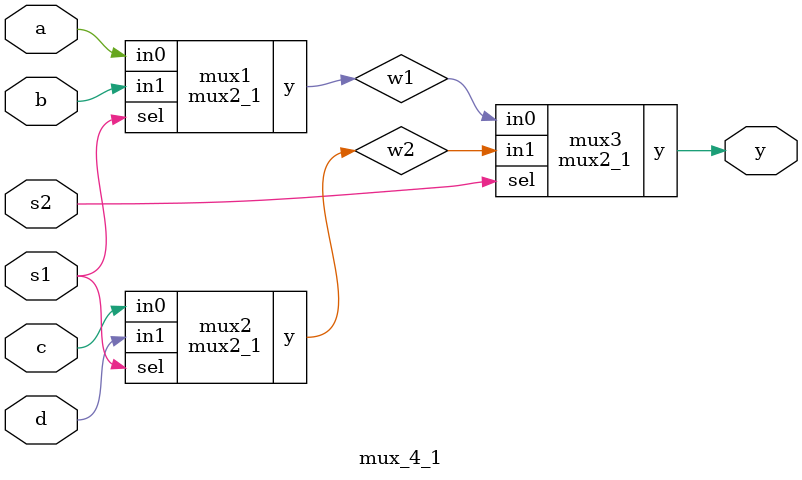
<source format=v>
module mux2_1(in0,in1,sel,y);
  input in0,in1,sel;
  output y;
  assign y =(sel)?in1:in0;
endmodule


module mux_4_1(a,b,c,d,s1,s2,y);
  input a,b,c,d;
  input s1,s2;
  wire w1,w2;
  output y;
  mux2_1 mux1(a,b,s1,w1);
  mux2_1 mux2(c,d,s1,w2);
  mux2_1 mux3(w1,w2,s2,y);
endmodule
</source>
